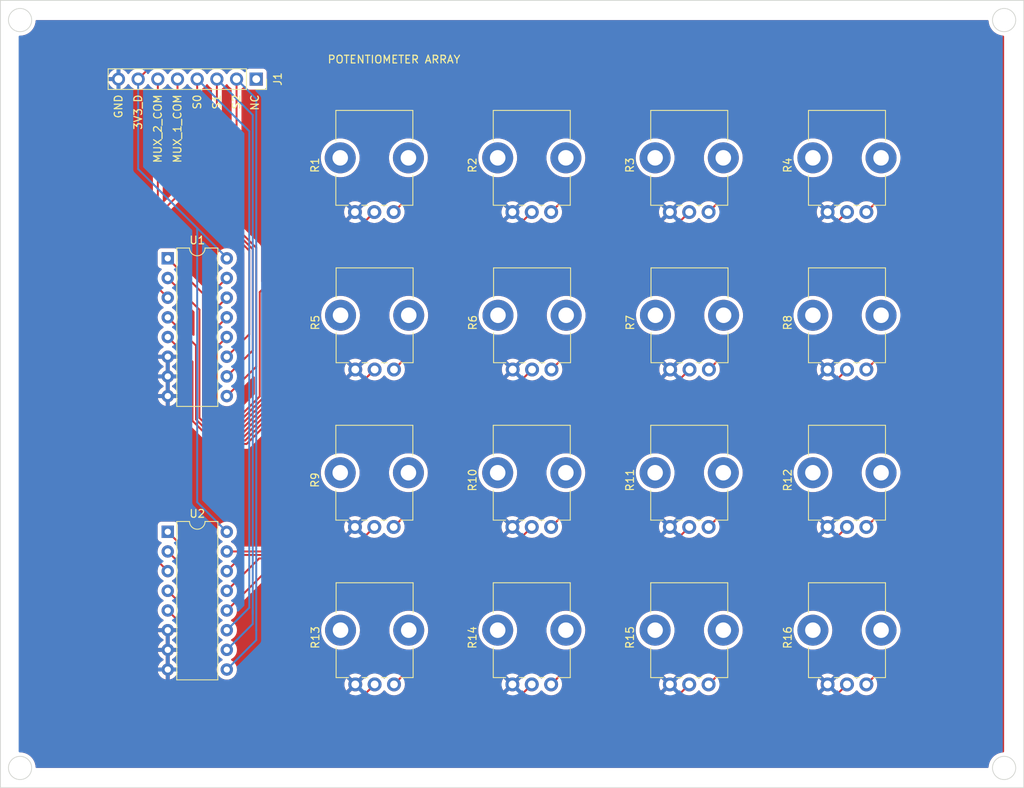
<source format=kicad_pcb>
(kicad_pcb (version 20211014) (generator pcbnew)
  (layers (0 "F.Cu" signal) (31 "B.Cu" signal) (34 "B.Paste" user) (35 "F.Paste" user) (36 "B.SilkS" user "B.Silkscreen") (37 "F.SilkS" user "F.Silkscreen") (38 "B.Mask" user) (39 "F.Mask" user) (44 "Edge.Cuts" user))
  (net 0 "")
  (net 1 "GND")
  (net 3 "Net-(J1-Pad6)")
  (net 4 "Net-(J1-Pad7)")
  (net 5 "Net-(J1-Pad3)")
  (net 6 "Net-(J1-Pad2)")
  (net 7 "Net-(J1-Pad4)")
  (net 8 "Net-(J1-Pad5)")
  (net 9 "Net-(R1-Pad2)")
  (net 10 "Net-(R5-Pad2)")
  (net 11 "Net-(R6-Pad2)")
  (net 12 "Net-(R7-Pad2)")
  (net 13 "Net-(R8-Pad2)")
  (net 14 "Net-(R9-Pad2)")
  (net 15 "Net-(R10-Pad2)")
  (net 16 "Net-(R11-Pad2)")
  (net 17 "Net-(R12-Pad2)")
  (net 18 "Net-(R13-Pad2)")
  (net 19 "Net-(R2-Pad2)")
  (net 20 "Net-(R3-Pad2)")
  (net 21 "Net-(R4-Pad2)")
  (net 22 "Net-(R14-Pad2)")
  (net 23 "Net-(R15-Pad2)")
  (net 24 "Net-(R16-Pad2)")
  (footprint "Potentiometer_THT:Potentiometer_Bourns_PTV09A-1_Single_Vertical" (layer "F.Cu") (at 142.24 121.3 90)
    (fp_text reference "R16" (at 6.05 -10.15 90) (layer "F.SilkS"))
    (fp_text value "100K")
    (fp_line (start 0.88 2.47) (end 4.745 2.47) (layer "F.SilkS") (width 0.12))
    (fp_line (start 9.255 2.47) (end 13.12 2.47) (layer "F.SilkS") (width 0.12))
    (fp_line (start 0.88 -7.47) (end 4.745 -7.47) (layer "F.SilkS") (width 0.12))
    (fp_line (start 0.88 0.87) (end 0.88 2.47) (layer "F.SilkS") (width 0.12))
    (fp_line (start 13.12 -7.47) (end 13.12 2.47) (layer "F.SilkS") (width 0.12))
    (fp_line (start 0.88 -4.129) (end 0.88 -3.37) (layer "F.SilkS") (width 0.12))
    (fp_line (start 0.88 -7.47) (end 0.88 -5.871) (layer "F.SilkS") (width 0.12))
    (fp_line (start 9.255 -7.47) (end 13.12 -7.47) (layer "F.SilkS") (width 0.12))
    (fp_line (start 0.88 -1.629) (end 0.88 -0.87) (layer "F.SilkS") (width 0.12))
    (pad "" np_thru_hole circle (at 7 1.9 90) (size 4 4) (drill 2) (layers *.Cu *.Mask))
    (pad "" np_thru_hole circle (at 7 -6.9 90) (size 4 4) (drill 2) (layers *.Cu *.Mask))
    (pad "1" thru_hole circle (at 0 0 90) (size 1.8 1.8) (drill 1) (layers *.Cu *.Mask) (net 4 "Net-(J1-Pad7)"))
    (pad "2" thru_hole circle (at 0 -2.5 90) (size 1.8 1.8) (drill 1) (layers *.Cu *.Mask) (net 24 "Net-(R16-Pad2)"))
    (pad "3" thru_hole circle (at 0 -5 90) (size 1.8 1.8) (drill 1) (layers *.Cu *.Mask) (net 1 "GND"))
  )
  (footprint "Potentiometer_THT:Potentiometer_Bourns_PTV09A-1_Single_Vertical" (layer "F.Cu") (at 81.24 100.98 90)
    (fp_text reference "R9" (at 6.05 -10.15 90) (layer "F.SilkS"))
    (fp_text value "100K")
    (fp_line (start 0.88 0.87) (end 0.88 2.47) (layer "F.SilkS") (width 0.12))
    (fp_line (start 13.12 -7.47) (end 13.12 2.47) (layer "F.SilkS") (width 0.12))
    (fp_line (start 0.88 -7.47) (end 0.88 -5.871) (layer "F.SilkS") (width 0.12))
    (fp_line (start 0.88 2.47) (end 4.745 2.47) (layer "F.SilkS") (width 0.12))
    (fp_line (start 9.255 -7.47) (end 13.12 -7.47) (layer "F.SilkS") (width 0.12))
    (fp_line (start 0.88 -4.129) (end 0.88 -3.37) (layer "F.SilkS") (width 0.12))
    (fp_line (start 0.88 -1.629) (end 0.88 -0.87) (layer "F.SilkS") (width 0.12))
    (fp_line (start 9.255 2.47) (end 13.12 2.47) (layer "F.SilkS") (width 0.12))
    (fp_line (start 0.88 -7.47) (end 4.745 -7.47) (layer "F.SilkS") (width 0.12))
    (pad "" np_thru_hole circle (at 7 1.9 90) (size 4 4) (drill 2) (layers *.Cu *.Mask))
    (pad "" np_thru_hole circle (at 7 -6.9 90) (size 4 4) (drill 2) (layers *.Cu *.Mask))
    (pad "1" thru_hole circle (at 0 0 90) (size 1.8 1.8) (drill 1) (layers *.Cu *.Mask) (net 4 "Net-(J1-Pad7)"))
    (pad "2" thru_hole circle (at 0 -2.5 90) (size 1.8 1.8) (drill 1) (layers *.Cu *.Mask) (net 14 "Net-(R9-Pad2)"))
    (pad "3" thru_hole circle (at 0 -5 90) (size 1.8 1.8) (drill 1) (layers *.Cu *.Mask) (net 1 "GND"))
  )
  (footprint "Potentiometer_THT:Potentiometer_Bourns_PTV09A-1_Single_Vertical" (layer "F.Cu") (at 121.88 100.98 90)
    (fp_text reference "R11" (at 6.05 -10.15 90) (layer "F.SilkS"))
    (fp_text value "100K")
    (fp_line (start 9.255 2.47) (end 13.12 2.47) (layer "F.SilkS") (width 0.12))
    (fp_line (start 0.88 -1.629) (end 0.88 -0.87) (layer "F.SilkS") (width 0.12))
    (fp_line (start 0.88 -4.129) (end 0.88 -3.37) (layer "F.SilkS") (width 0.12))
    (fp_line (start 13.12 -7.47) (end 13.12 2.47) (layer "F.SilkS") (width 0.12))
    (fp_line (start 0.88 -7.47) (end 0.88 -5.871) (layer "F.SilkS") (width 0.12))
    (fp_line (start 0.88 -7.47) (end 4.745 -7.47) (layer "F.SilkS") (width 0.12))
    (fp_line (start 0.88 0.87) (end 0.88 2.47) (layer "F.SilkS") (width 0.12))
    (fp_line (start 0.88 2.47) (end 4.745 2.47) (layer "F.SilkS") (width 0.12))
    (fp_line (start 9.255 -7.47) (end 13.12 -7.47) (layer "F.SilkS") (width 0.12))
    (pad "" np_thru_hole circle (at 7 -6.9 90) (size 4 4) (drill 2) (layers *.Cu *.Mask))
    (pad "" np_thru_hole circle (at 7 1.9 90) (size 4 4) (drill 2) (layers *.Cu *.Mask))
    (pad "1" thru_hole circle (at 0 0 90) (size 1.8 1.8) (drill 1) (layers *.Cu *.Mask) (net 4 "Net-(J1-Pad7)"))
    (pad "2" thru_hole circle (at 0 -2.5 90) (size 1.8 1.8) (drill 1) (layers *.Cu *.Mask) (net 16 "Net-(R11-Pad2)"))
    (pad "3" thru_hole circle (at 0 -5 90) (size 1.8 1.8) (drill 1) (layers *.Cu *.Mask) (net 1 "GND"))
  )
  (footprint "Potentiometer_THT:Potentiometer_Bourns_PTV09A-1_Single_Vertical" (layer "F.Cu") (at 101.56 60.34 90)
    (fp_text reference "R2" (at 6.05 -10.15 90) (layer "F.SilkS"))
    (fp_text value "100K")
    (fp_line (start 0.88 -7.47) (end 0.88 -5.871) (layer "F.SilkS") (width 0.12))
    (fp_line (start 0.88 -1.629) (end 0.88 -0.87) (layer "F.SilkS") (width 0.12))
    (fp_line (start 0.88 -4.129) (end 0.88 -3.37) (layer "F.SilkS") (width 0.12))
    (fp_line (start 9.255 2.47) (end 13.12 2.47) (layer "F.SilkS") (width 0.12))
    (fp_line (start 0.88 2.47) (end 4.745 2.47) (layer "F.SilkS") (width 0.12))
    (fp_line (start 9.255 -7.47) (end 13.12 -7.47) (layer "F.SilkS") (width 0.12))
    (fp_line (start 0.88 0.87) (end 0.88 2.47) (layer "F.SilkS") (width 0.12))
    (fp_line (start 0.88 -7.47) (end 4.745 -7.47) (layer "F.SilkS") (width 0.12))
    (fp_line (start 13.12 -7.47) (end 13.12 2.47) (layer "F.SilkS") (width 0.12))
    (pad "" np_thru_hole circle (at 7 -6.9 90) (size 4 4) (drill 2) (layers *.Cu *.Mask))
    (pad "" np_thru_hole circle (at 7 1.9 90) (size 4 4) (drill 2) (layers *.Cu *.Mask))
    (pad "1" thru_hole circle (at 0 0 90) (size 1.8 1.8) (drill 1) (layers *.Cu *.Mask) (net 4 "Net-(J1-Pad7)"))
    (pad "2" thru_hole circle (at 0 -2.5 90) (size 1.8 1.8) (drill 1) (layers *.Cu *.Mask) (net 19 "Net-(R2-Pad2)"))
    (pad "3" thru_hole circle (at 0 -5 90) (size 1.8 1.8) (drill 1) (layers *.Cu *.Mask) (net 1 "GND"))
  )
  (footprint "Potentiometer_THT:Potentiometer_Bourns_PTV09A-1_Single_Vertical" (layer "F.Cu") (at 142.24 100.98 90)
    (fp_text reference "R12" (at 6.05 -10.15 90) (layer "F.SilkS"))
    (fp_text value "100K")
    (fp_line (start 0.88 -4.129) (end 0.88 -3.37) (layer "F.SilkS") (width 0.12))
    (fp_line (start 0.88 -7.47) (end 0.88 -5.871) (layer "F.SilkS") (width 0.12))
    (fp_line (start 9.255 -7.47) (end 13.12 -7.47) (layer "F.SilkS") (width 0.12))
    (fp_line (start 9.255 2.47) (end 13.12 2.47) (layer "F.SilkS") (width 0.12))
    (fp_line (start 0.88 -1.629) (end 0.88 -0.87) (layer "F.SilkS") (width 0.12))
    (fp_line (start 13.12 -7.47) (end 13.12 2.47) (layer "F.SilkS") (width 0.12))
    (fp_line (start 0.88 2.47) (end 4.745 2.47) (layer "F.SilkS") (width 0.12))
    (fp_line (start 0.88 0.87) (end 0.88 2.47) (layer "F.SilkS") (width 0.12))
    (fp_line (start 0.88 -7.47) (end 4.745 -7.47) (layer "F.SilkS") (width 0.12))
    (pad "" np_thru_hole circle (at 7 -6.9 90) (size 4 4) (drill 2) (layers *.Cu *.Mask))
    (pad "" np_thru_hole circle (at 7 1.9 90) (size 4 4) (drill 2) (layers *.Cu *.Mask))
    (pad "1" thru_hole circle (at 0 0 90) (size 1.8 1.8) (drill 1) (layers *.Cu *.Mask) (net 4 "Net-(J1-Pad7)"))
    (pad "2" thru_hole circle (at 0 -2.5 90) (size 1.8 1.8) (drill 1) (layers *.Cu *.Mask) (net 17 "Net-(R12-Pad2)"))
    (pad "3" thru_hole circle (at 0 -5 90) (size 1.8 1.8) (drill 1) (layers *.Cu *.Mask) (net 1 "GND"))
  )
  (footprint "Potentiometer_THT:Potentiometer_Bourns_PTV09A-1_Single_Vertical" (layer "F.Cu") (at 101.56 121.3 90)
    (fp_text reference "R14" (at 6.05 -10.15 90) (layer "F.SilkS"))
    (fp_text value "100K")
    (fp_line (start 0.88 -4.129) (end 0.88 -3.37) (layer "F.SilkS") (width 0.12))
    (fp_line (start 0.88 -7.47) (end 4.745 -7.47) (layer "F.SilkS") (width 0.12))
    (fp_line (start 13.12 -7.47) (end 13.12 2.47) (layer "F.SilkS") (width 0.12))
    (fp_line (start 0.88 -1.629) (end 0.88 -0.87) (layer "F.SilkS") (width 0.12))
    (fp_line (start 0.88 2.47) (end 4.745 2.47) (layer "F.SilkS") (width 0.12))
    (fp_line (start 0.88 -7.47) (end 0.88 -5.871) (layer "F.SilkS") (width 0.12))
    (fp_line (start 0.88 0.87) (end 0.88 2.47) (layer "F.SilkS") (width 0.12))
    (fp_line (start 9.255 -7.47) (end 13.12 -7.47) (layer "F.SilkS") (width 0.12))
    (fp_line (start 9.255 2.47) (end 13.12 2.47) (layer "F.SilkS") (width 0.12))
    (pad "" np_thru_hole circle (at 7 1.9 90) (size 4 4) (drill 2) (layers *.Cu *.Mask))
    (pad "" np_thru_hole circle (at 7 -6.9 90) (size 4 4) (drill 2) (layers *.Cu *.Mask))
    (pad "1" thru_hole circle (at 0 0 90) (size 1.8 1.8) (drill 1) (layers *.Cu *.Mask) (net 4 "Net-(J1-Pad7)"))
    (pad "2" thru_hole circle (at 0 -2.5 90) (size 1.8 1.8) (drill 1) (layers *.Cu *.Mask) (net 22 "Net-(R14-Pad2)"))
    (pad "3" thru_hole circle (at 0 -5 90) (size 1.8 1.8) (drill 1) (layers *.Cu *.Mask) (net 1 "GND"))
  )
  (footprint "Package_DIP:DIP-16_W7.62mm" (layer "F.Cu") (at 52.08 101.6)
    (fp_text reference "U2" (at 3.81 -2.33) (layer "F.SilkS"))
    (fp_text value "CD4051B")
    (fp_line (start 2.81 -1.33) (end 1.16 -1.33) (layer "F.SilkS") (width 0.12))
    (fp_line (start 1.16 -1.33) (end 1.16 19.11) (layer "F.SilkS") (width 0.12))
    (fp_line (start 6.46 19.11) (end 6.46 -1.33) (layer "F.SilkS") (width 0.12))
    (fp_line (start 1.16 19.11) (end 6.46 19.11) (layer "F.SilkS") (width 0.12))
    (fp_line (start 6.46 -1.33) (end 4.81 -1.33) (layer "F.SilkS") (width 0.12))
    (fp_arc (start 4.81 -1.33) (mid 3.81 -0.33) (end 2.81 -1.33) (layer "F.SilkS") (width 0.12))
    (pad "1" thru_hole rect (at 0 0) (size 1.6 1.6) (drill 0.8) (layers *.Cu *.Mask) (net 18 "Net-(R13-Pad2)"))
    (pad "2" thru_hole oval (at 0 2.54) (size 1.6 1.6) (drill 0.8) (layers *.Cu *.Mask) (net 22 "Net-(R14-Pad2)"))
    (pad "3" thru_hole oval (at 0 5.08) (size 1.6 1.6) (drill 0.8) (layers *.Cu *.Mask) (net 3 "Net-(J1-Pad6)"))
    (pad "4" thru_hole oval (at 0 7.62) (size 1.6 1.6) (drill 0.8) (layers *.Cu *.Mask) (net 23 "Net-(R15-Pad2)"))
    (pad "5" thru_hole oval (at 0 10.16) (size 1.6 1.6) (drill 0.8) (layers *.Cu *.Mask) (net 24 "Net-(R16-Pad2)"))
    (pad "6" thru_hole oval (at 0 12.7) (size 1.6 1.6) (drill 0.8) (layers *.Cu *.Mask) (net 1 "GND"))
    (pad "7" thru_hole oval (at 0 15.24) (size 1.6 1.6) (drill 0.8) (layers *.Cu *.Mask) (net 1 "GND"))
    (pad "8" thru_hole oval (at 0 17.78) (size 1.6 1.6) (drill 0.8) (layers *.Cu *.Mask) (net 1 "GND"))
    (pad "9" thru_hole oval (at 7.62 17.78) (size 1.6 1.6) (drill 0.8) (layers *.Cu *.Mask) (net 6 "Net-(J1-Pad2)"))
    (pad "10" thru_hole oval (at 7.62 15.24) (size 1.6 1.6) (drill 0.8) (layers *.Cu *.Mask) (net 5 "Net-(J1-Pad3)"))
    (pad "11" thru_hole oval (at 7.62 12.7) (size 1.6 1.6) (drill 0.8) (layers *.Cu *.Mask) (net 7 "Net-(J1-Pad4)"))
    (pad "12" thru_hole oval (at 7.62 10.16) (size 1.6 1.6) (drill 0.8) (layers *.Cu *.Mask) (net 17 "Net-(R12-Pad2)"))
    (pad "13" thru_hole oval (at 7.62 7.62) (size 1.6 1.6) (drill 0.8) (layers *.Cu *.Mask) (net 16 "Net-(R11-Pad2)"))
    (pad "14" thru_hole oval (at 7.62 5.08) (size 1.6 1.6) (drill 0.8) (layers *.Cu *.Mask) (net 15 "Net-(R10-Pad2)"))
    (pad "15" thru_hole oval (at 7.62 2.54) (size 1.6 1.6) (drill 0.8) (layers *.Cu *.Mask) (net 14 "Net-(R9-Pad2)"))
    (pad "16" thru_hole oval (at 7.62 0) (size 1.6 1.6) (drill 0.8) (layers *.Cu *.Mask) (net 4 "Net-(J1-Pad7)"))
  )
  (footprint "Potentiometer_THT:Potentiometer_Bourns_PTV09A-1_Single_Vertical" (layer "F.Cu") (at 121.88 60.34 90)
    (fp_text reference "R3" (at 6.05 -10.15 90) (layer "F.SilkS"))
    (fp_text value "100K")
    (fp_line (start 0.88 -4.129) (end 0.88 -3.37) (layer "F.SilkS") (width 0.12))
    (fp_line (start 0.88 -7.47) (end 4.745 -7.47) (layer "F.SilkS") (width 0.12))
    (fp_line (start 13.12 -7.47) (end 13.12 2.47) (layer "F.SilkS") (width 0.12))
    (fp_line (start 9.255 2.47) (end 13.12 2.47) (layer "F.SilkS") (width 0.12))
    (fp_line (start 0.88 0.87) (end 0.88 2.47) (layer "F.SilkS") (width 0.12))
    (fp_line (start 0.88 2.47) (end 4.745 2.47) (layer "F.SilkS") (width 0.12))
    (fp_line (start 9.255 -7.47) (end 13.12 -7.47) (layer "F.SilkS") (width 0.12))
    (fp_line (start 0.88 -7.47) (end 0.88 -5.871) (layer "F.SilkS") (width 0.12))
    (fp_line (start 0.88 -1.629) (end 0.88 -0.87) (layer "F.SilkS") (width 0.12))
    (pad "" np_thru_hole circle (at 7 1.9 90) (size 4 4) (drill 2) (layers *.Cu *.Mask))
    (pad "" np_thru_hole circle (at 7 -6.9 90) (size 4 4) (drill 2) (layers *.Cu *.Mask))
    (pad "1" thru_hole circle (at 0 0 90) (size 1.8 1.8) (drill 1) (layers *.Cu *.Mask) (net 4 "Net-(J1-Pad7)"))
    (pad "2" thru_hole circle (at 0 -2.5 90) (size 1.8 1.8) (drill 1) (layers *.Cu *.Mask) (net 20 "Net-(R3-Pad2)"))
    (pad "3" thru_hole circle (at 0 -5 90) (size 1.8 1.8) (drill 1) (layers *.Cu *.Mask) (net 1 "GND"))
  )
  (footprint "Potentiometer_THT:Potentiometer_Bourns_PTV09A-1_Single_Vertical" (layer "F.Cu") (at 101.56 100.98 90)
    (fp_text reference "R10" (at 6.05 -10.15 90) (layer "F.SilkS"))
    (fp_text value "100K")
    (fp_line (start 0.88 -7.47) (end 4.745 -7.47) (layer "F.SilkS") (width 0.12))
    (fp_line (start 0.88 -1.629) (end 0.88 -0.87) (layer "F.SilkS") (width 0.12))
    (fp_line (start 13.12 -7.47) (end 13.12 2.47) (layer "F.SilkS") (width 0.12))
    (fp_line (start 9.255 2.47) (end 13.12 2.47) (layer "F.SilkS") (width 0.12))
    (fp_line (start 0.88 -4.129) (end 0.88 -3.37) (layer "F.SilkS") (width 0.12))
    (fp_line (start 0.88 -7.47) (end 0.88 -5.871) (layer "F.SilkS") (width 0.12))
    (fp_line (start 0.88 0.87) (end 0.88 2.47) (layer "F.SilkS") (width 0.12))
    (fp_line (start 9.255 -7.47) (end 13.12 -7.47) (layer "F.SilkS") (width 0.12))
    (fp_line (start 0.88 2.47) (end 4.745 2.47) (layer "F.SilkS") (width 0.12))
    (pad "" np_thru_hole circle (at 7 -6.9 90) (size 4 4) (drill 2) (layers *.Cu *.Mask))
    (pad "" np_thru_hole circle (at 7 1.9 90) (size 4 4) (drill 2) (layers *.Cu *.Mask))
    (pad "1" thru_hole circle (at 0 0 90) (size 1.8 1.8) (drill 1) (layers *.Cu *.Mask) (net 4 "Net-(J1-Pad7)"))
    (pad "2" thru_hole circle (at 0 -2.5 90) (size 1.8 1.8) (drill 1) (layers *.Cu *.Mask) (net 15 "Net-(R10-Pad2)"))
    (pad "3" thru_hole circle (at 0 -5 90) (size 1.8 1.8) (drill 1) (layers *.Cu *.Mask) (net 1 "GND"))
  )
  (footprint "Potentiometer_THT:Potentiometer_Bourns_PTV09A-1_Single_Vertical" (layer "F.Cu") (at 121.88 121.3 90)
    (fp_text reference "R15" (at 6.05 -10.15 90) (layer "F.SilkS"))
    (fp_text value "100K")
    (fp_line (start 0.88 2.47) (end 4.745 2.47) (layer "F.SilkS") (width 0.12))
    (fp_line (start 0.88 -7.47) (end 0.88 -5.871) (layer "F.SilkS") (width 0.12))
    (fp_line (start 9.255 -7.47) (end 13.12 -7.47) (layer "F.SilkS") (width 0.12))
    (fp_line (start 0.88 -7.47) (end 4.745 -7.47) (layer "F.SilkS") (width 0.12))
    (fp_line (start 0.88 -1.629) (end 0.88 -0.87) (layer "F.SilkS") (width 0.12))
    (fp_line (start 0.88 -4.129) (end 0.88 -3.37) (layer "F.SilkS") (width 0.12))
    (fp_line (start 0.88 0.87) (end 0.88 2.47) (layer "F.SilkS") (width 0.12))
    (fp_line (start 13.12 -7.47) (end 13.12 2.47) (layer "F.SilkS") (width 0.12))
    (fp_line (start 9.255 2.47) (end 13.12 2.47) (layer "F.SilkS") (width 0.12))
    (pad "" np_thru_hole circle (at 7 1.9 90) (size 4 4) (drill 2) (layers *.Cu *.Mask))
    (pad "" np_thru_hole circle (at 7 -6.9 90) (size 4 4) (drill 2) (layers *.Cu *.Mask))
    (pad "1" thru_hole circle (at 0 0 90) (size 1.8 1.8) (drill 1) (layers *.Cu *.Mask) (net 4 "Net-(J1-Pad7)"))
    (pad "2" thru_hole circle (at 0 -2.5 90) (size 1.8 1.8) (drill 1) (layers *.Cu *.Mask) (net 23 "Net-(R15-Pad2)"))
    (pad "3" thru_hole circle (at 0 -5 90) (size 1.8 1.8) (drill 1) (layers *.Cu *.Mask) (net 1 "GND"))
  )
  (footprint "Potentiometer_THT:Potentiometer_Bourns_PTV09A-1_Single_Vertical" (layer "F.Cu") (at 121.92 80.66 90)
    (fp_text reference "R7" (at 6.05 -10.15 90) (layer "F.SilkS"))
    (fp_text value "100K")
    (fp_line (start 0.88 0.87) (end 0.88 2.47) (layer "F.SilkS") (width 0.12))
    (fp_line (start 0.88 -1.629) (end 0.88 -0.87) (layer "F.SilkS") (width 0.12))
    (fp_line (start 13.12 -7.47) (end 13.12 2.47) (layer "F.SilkS") (width 0.12))
    (fp_line (start 0.88 -4.129) (end 0.88 -3.37) (layer "F.SilkS") (width 0.12))
    (fp_line (start 9.255 2.47) (end 13.12 2.47) (layer "F.SilkS") (width 0.12))
    (fp_line (start 0.88 2.47) (end 4.745 2.47) (layer "F.SilkS") (width 0.12))
    (fp_line (start 9.255 -7.47) (end 13.12 -7.47) (layer "F.SilkS") (width 0.12))
    (fp_line (start 0.88 -7.47) (end 0.88 -5.871) (layer "F.SilkS") (width 0.12))
    (fp_line (start 0.88 -7.47) (end 4.745 -7.47) (layer "F.SilkS") (width 0.12))
    (pad "" np_thru_hole circle (at 7 1.9 90) (size 4 4) (drill 2) (layers *.Cu *.Mask))
    (pad "" np_thru_hole circle (at 7 -6.9 90) (size 4 4) (drill 2) (layers *.Cu *.Mask))
    (pad "1" thru_hole circle (at 0 0 90) (size 1.8 1.8) (drill 1) (layers *.Cu *.Mask) (net 4 "Net-(J1-Pad7)"))
    (pad "2" thru_hole circle (at 0 -2.5 90) (size 1.8 1.8) (drill 1) (layers *.Cu *.Mask) (net 12 "Net-(R7-Pad2)"))
    (pad "3" thru_hole circle (at 0 -5 90) (size 1.8 1.8) (drill 1) (layers *.Cu *.Mask) (net 1 "GND"))
  )
  (footprint "Connector_PinSocket_2.54mm:PinSocket_1x08_P2.54mm_Vertical" (layer "F.Cu") (at 63.5 43.18 -90)
    (fp_text reference "J1" (at 0 -2.77 90) (layer "F.SilkS"))
    (fp_text value "Conn_01x08_Male")
    (fp_line (start 1.33 1.27) (end 1.33 19.11) (layer "F.SilkS") (width 0.12))
    (fp_line (start -1.33 1.27) (end -1.33 19.11) (layer "F.SilkS") (width 0.12))
    (fp_line (start -1.33 1.27) (end 1.33 1.27) (layer "F.SilkS") (width 0.12))
    (fp_line (start -1.33 19.11) (end 1.33 19.11) (layer "F.SilkS") (width 0.12))
    (fp_line (start 0 -1.33) (end 1.33 -1.33) (layer "F.SilkS") (width 0.12))
    (fp_line (start 1.33 -1.33) (end 1.33 0) (layer "F.SilkS") (width 0.12))
    (pad "1" thru_hole rect (at 0 0 270) (size 1.7 1.7) (drill 1) (layers *.Cu *.Mask))
    (pad "2" thru_hole oval (at 0 2.54 270) (size 1.7 1.7) (drill 1) (layers *.Cu *.Mask) (net 6 "Net-(J1-Pad2)"))
    (pad "3" thru_hole oval (at 0 5.08 270) (size 1.7 1.7) (drill 1) (layers *.Cu *.Mask) (net 5 "Net-(J1-Pad3)"))
    (pad "4" thru_hole oval (at 0 7.62 270) (size 1.7 1.7) (drill 1) (layers *.Cu *.Mask) (net 7 "Net-(J1-Pad4)"))
    (pad "5" thru_hole oval (at 0 10.16 270) (size 1.7 1.7) (drill 1) (layers *.Cu *.Mask) (net 8 "Net-(J1-Pad5)"))
    (pad "6" thru_hole oval (at 0 12.7 270) (size 1.7 1.7) (drill 1) (layers *.Cu *.Mask) (net 3 "Net-(J1-Pad6)"))
    (pad "7" thru_hole oval (at 0 15.24 270) (size 1.7 1.7) (drill 1) (layers *.Cu *.Mask) (net 4 "Net-(J1-Pad7)"))
    (pad "8" thru_hole oval (at 0 17.78 270) (size 1.7 1.7) (drill 1) (layers *.Cu *.Mask) (net 1 "GND"))
  )
  (footprint "Potentiometer_THT:Potentiometer_Bourns_PTV09A-1_Single_Vertical" (layer "F.Cu") (at 81.24 60.34 90)
    (fp_text reference "R1" (at 6.05 -10.15 90) (layer "F.SilkS"))
    (fp_text value "100K")
    (fp_line (start 0.88 -4.129) (end 0.88 -3.37) (layer "F.SilkS") (width 0.12))
    (fp_line (start 0.88 -7.47) (end 4.745 -7.47) (layer "F.SilkS") (width 0.12))
    (fp_line (start 9.255 2.47) (end 13.12 2.47) (layer "F.SilkS") (width 0.12))
    (fp_line (start 0.88 -7.47) (end 0.88 -5.871) (layer "F.SilkS") (width 0.12))
    (fp_line (start 13.12 -7.47) (end 13.12 2.47) (layer "F.SilkS") (width 0.12))
    (fp_line (start 9.255 -7.47) (end 13.12 -7.47) (layer "F.SilkS") (width 0.12))
    (fp_line (start 0.88 0.87) (end 0.88 2.47) (layer "F.SilkS") (width 0.12))
    (fp_line (start 0.88 -1.629) (end 0.88 -0.87) (layer "F.SilkS") (width 0.12))
    (fp_line (start 0.88 2.47) (end 4.745 2.47) (layer "F.SilkS") (width 0.12))
    (pad "" np_thru_hole circle (at 7 -6.9 90) (size 4 4) (drill 2) (layers *.Cu *.Mask))
    (pad "" np_thru_hole circle (at 7 1.9 90) (size 4 4) (drill 2) (layers *.Cu *.Mask))
    (pad "1" thru_hole circle (at 0 0 90) (size 1.8 1.8) (drill 1) (layers *.Cu *.Mask) (net 4 "Net-(J1-Pad7)"))
    (pad "2" thru_hole circle (at 0 -2.5 90) (size 1.8 1.8) (drill 1) (layers *.Cu *.Mask) (net 9 "Net-(R1-Pad2)"))
    (pad "3" thru_hole circle (at 0 -5 90) (size 1.8 1.8) (drill 1) (layers *.Cu *.Mask) (net 1 "GND"))
  )
  (footprint "Potentiometer_THT:Potentiometer_Bourns_PTV09A-1_Single_Vertical" (layer "F.Cu") (at 81.28 80.66 90)
    (fp_text reference "R5" (at 6.05 -10.15 90) (layer "F.SilkS"))
    (fp_text value "100K")
    (fp_line (start 0.88 2.47) (end 4.745 2.47) (layer "F.SilkS") (width 0.12))
    (fp_line (start 13.12 -7.47) (end 13.12 2.47) (layer "F.SilkS") (width 0.12))
    (fp_line (start 9.255 2.47) (end 13.12 2.47) (layer "F.SilkS") (width 0.12))
    (fp_line (start 0.88 -4.129) (end 0.88 -3.37) (layer "F.SilkS") (width 0.12))
    (fp_line (start 0.88 -7.47) (end 0.88 -5.871) (layer "F.SilkS") (width 0.12))
    (fp_line (start 0.88 -7.47) (end 4.745 -7.47) (layer "F.SilkS") (width 0.12))
    (fp_line (start 0.88 -1.629) (end 0.88 -0.87) (layer "F.SilkS") (width 0.12))
    (fp_line (start 0.88 0.87) (end 0.88 2.47) (layer "F.SilkS") (width 0.12))
    (fp_line (start 9.255 -7.47) (end 13.12 -7.47) (layer "F.SilkS") (width 0.12))
    (pad "" np_thru_hole circle (at 7 -6.9 90) (size 4 4) (drill 2) (layers *.Cu *.Mask))
    (pad "" np_thru_hole circle (at 7 1.9 90) (size 4 4) (drill 2) (layers *.Cu *.Mask))
    (pad "1" thru_hole circle (at 0 0 90) (size 1.8 1.8) (drill 1) (layers *.Cu *.Mask) (net 4 "Net-(J1-Pad7)"))
    (pad "2" thru_hole circle (at 0 -2.5 90) (size 1.8 1.8) (drill 1) (layers *.Cu *.Mask) (net 10 "Net-(R5-Pad2)"))
    (pad "3" thru_hole circle (at 0 -5 90) (size 1.8 1.8) (drill 1) (layers *.Cu *.Mask) (net 1 "GND"))
  )
  (footprint "Package_DIP:DIP-16_W7.62mm" (layer "F.Cu") (at 52.08 66.309039)
    (fp_text reference "U1" (at 3.81 -2.33) (layer "F.SilkS"))
    (fp_text value "CD4051B")
    (fp_line (start 1.16 19.11) (end 6.46 19.11) (layer "F.SilkS") (width 0.12))
    (fp_line (start 6.46 19.11) (end 6.46 -1.33) (layer "F.SilkS") (width 0.12))
    (fp_line (start 2.81 -1.33) (end 1.16 -1.33) (layer "F.SilkS") (width 0.12))
    (fp_line (start 1.16 -1.33) (end 1.16 19.11) (layer "F.SilkS") (width 0.12))
    (fp_line (start 6.46 -1.33) (end 4.81 -1.33) (layer "F.SilkS") (width 0.12))
    (fp_arc (start 4.81 -1.33) (mid 3.81 -0.33) (end 2.81 -1.33) (layer "F.SilkS") (width 0.12))
    (pad "1" thru_hole rect (at 0 0) (size 1.6 1.6) (drill 0.8) (layers *.Cu *.Mask) (net 10 "Net-(R5-Pad2)"))
    (pad "2" thru_hole oval (at 0 2.54) (size 1.6 1.6) (drill 0.8) (layers *.Cu *.Mask) (net 11 "Net-(R6-Pad2)"))
    (pad "3" thru_hole oval (at 0 5.08) (size 1.6 1.6) (drill 0.8) (layers *.Cu *.Mask) (net 8 "Net-(J1-Pad5)"))
    (pad "4" thru_hole oval (at 0 7.62) (size 1.6 1.6) (drill 0.8) (layers *.Cu *.Mask) (net 12 "Net-(R7-Pad2)"))
    (pad "5" thru_hole oval (at 0 10.16) (size 1.6 1.6) (drill 0.8) (layers *.Cu *.Mask) (net 13 "Net-(R8-Pad2)"))
    (pad "6" thru_hole oval (at 0 12.7) (size 1.6 1.6) (drill 0.8) (layers *.Cu *.Mask) (net 1 "GND"))
    (pad "7" thru_hole oval (at 0 15.24) (size 1.6 1.6) (drill 0.8) (layers *.Cu *.Mask) (net 1 "GND"))
    (pad "8" thru_hole oval (at 0 17.78) (size 1.6 1.6) (drill 0.8) (layers *.Cu *.Mask) (net 1 "GND"))
    (pad "9" thru_hole oval (at 7.62 17.78) (size 1.6 1.6) (drill 0.8) (layers *.Cu *.Mask) (net 6 "Net-(J1-Pad2)"))
    (pad "10" thru_hole oval (at 7.62 15.24) (size 1.6 1.6) (drill 0.8) (layers *.Cu *.Mask) (net 5 "Net-(J1-Pad3)"))
    (pad "11" thru_hole oval (at 7.62 12.7) (size 1.6 1.6) (drill 0.8) (layers *.Cu *.Mask) (net 7 "Net-(J1-Pad4)"))
    (pad "12" thru_hole oval (at 7.62 10.16) (size 1.6 1.6) (drill 0.8) (layers *.Cu *.Mask) (net 9 "Net-(R1-Pad2)"))
    (pad "13" thru_hole oval (at 7.62 7.62) (size 1.6 1.6) (drill 0.8) (layers *.Cu *.Mask) (net 19 "Net-(R2-Pad2)"))
    (pad "14" thru_hole oval (at 7.62 5.08) (size 1.6 1.6) (drill 0.8) (layers *.Cu *.Mask) (net 20 "Net-(R3-Pad2)"))
    (pad "15" thru_hole oval (at 7.62 2.54) (size 1.6 1.6) (drill 0.8) (layers *.Cu *.Mask) (net 21 "Net-(R4-Pad2)"))
    (pad "16" thru_hole oval (at 7.62 0) (size 1.6 1.6) (drill 0.8) (layers *.Cu *.Mask) (net 4 "Net-(J1-Pad7)"))
  )
  (footprint "Potentiometer_THT:Potentiometer_Bourns_PTV09A-1_Single_Vertical" (layer "F.Cu") (at 81.28 121.3 90)
    (fp_text reference "R13" (at 6.05 -10.15 90) (layer "F.SilkS"))
    (fp_text value "100K")
    (fp_line (start 0.88 -7.47) (end 0.88 -5.871) (layer "F.SilkS") (width 0.12))
    (fp_line (start 9.255 -7.47) (end 13.12 -7.47) (layer "F.SilkS") (width 0.12))
    (fp_line (start 0.88 -1.629) (end 0.88 -0.87) (layer "F.SilkS") (width 0.12))
    (fp_line (start 0.88 -7.47) (end 4.745 -7.47) (layer "F.SilkS") (width 0.12))
    (fp_line (start 0.88 -4.129) (end 0.88 -3.37) (layer "F.SilkS") (width 0.12))
    (fp_line (start 0.88 0.87) (end 0.88 2.47) (layer "F.SilkS") (width 0.12))
    (fp_line (start 9.255 2.47) (end 13.12 2.47) (layer "F.SilkS") (width 0.12))
    (fp_line (start 0.88 2.47) (end 4.745 2.47) (layer "F.SilkS") (width 0.12))
    (fp_line (start 13.12 -7.47) (end 13.12 2.47) (layer "F.SilkS") (width 0.12))
    (pad "" np_thru_hole circle (at 7 -6.9 90) (size 4 4) (drill 2) (layers *.Cu *.Mask))
    (pad "" np_thru_hole circle (at 7 1.9 90) (size 4 4) (drill 2) (layers *.Cu *.Mask))
    (pad "1" thru_hole circle (at 0 0 90) (size 1.8 1.8) (drill 1) (layers *.Cu *.Mask) (net 4 "Net-(J1-Pad7)"))
    (pad "2" thru_hole circle (at 0 -2.5 90) (size 1.8 1.8) (drill 1) (layers *.Cu *.Mask) (net 18 "Net-(R13-Pad2)"))
    (pad "3" thru_hole circle (at 0 -5 90) (size 1.8 1.8) (drill 1) (layers *.Cu *.Mask) (net 1 "GND"))
  )
  (footprint "Potentiometer_THT:Potentiometer_Bourns_PTV09A-1_Single_Vertical" (layer "F.Cu") (at 101.6 80.66 90)
    (fp_text reference "R6" (at 6.05 -10.15 90) (layer "F.SilkS"))
    (fp_text value "100K")
    (fp_line (start 13.12 -7.47) (end 13.12 2.47) (layer "F.SilkS") (width 0.12))
    (fp_line (start 0.88 0.87) (end 0.88 2.47) (layer "F.SilkS") (width 0.12))
    (fp_line (start 9.255 -7.47) (end 13.12 -7.47) (layer "F.SilkS") (width 0.12))
    (fp_line (start 9.255 2.47) (end 13.12 2.47) (layer "F.SilkS") (width 0.12))
    (fp_line (start 0.88 -1.629) (end 0.88 -0.87) (layer "F.SilkS") (width 0.12))
    (fp_line (start 0.88 2.47) (end 4.745 2.47) (layer "F.SilkS") (width 0.12))
    (fp_line (start 0.88 -7.47) (end 4.745 -7.47) (layer "F.SilkS") (width 0.12))
    (fp_line (start 0.88 -4.129) (end 0.88 -3.37) (layer "F.SilkS") (width 0.12))
    (fp_line (start 0.88 -7.47) (end 0.88 -5.871) (layer "F.SilkS") (width 0.12))
    (pad "" np_thru_hole circle (at 7 1.9 90) (size 4 4) (drill 2) (layers *.Cu *.Mask))
    (pad "" np_thru_hole circle (at 7 -6.9 90) (size 4 4) (drill 2) (layers *.Cu *.Mask))
    (pad "1" thru_hole circle (at 0 0 90) (size 1.8 1.8) (drill 1) (layers *.Cu *.Mask) (net 4 "Net-(J1-Pad7)"))
    (pad "2" thru_hole circle (at 0 -2.5 90) (size 1.8 1.8) (drill 1) (layers *.Cu *.Mask) (net 11 "Net-(R6-Pad2)"))
    (pad "3" thru_hole circle (at 0 -5 90) (size 1.8 1.8) (drill 1) (layers *.Cu *.Mask) (net 1 "GND"))
  )
  (footprint "Potentiometer_THT:Potentiometer_Bourns_PTV09A-1_Single_Vertical" (layer "F.Cu") (at 142.24 80.66 90)
    (fp_text reference "R8" (at 6.05 -10.15 90) (layer "F.SilkS"))
    (fp_text value "100K")
    (fp_line (start 9.255 2.47) (end 13.12 2.47) (layer "F.SilkS") (width 0.12))
    (fp_line (start 0.88 -4.129) (end 0.88 -3.37) (layer "F.SilkS") (width 0.12))
    (fp_line (start 0.88 -1.629) (end 0.88 -0.87) (layer "F.SilkS") (width 0.12))
    (fp_line (start 0.88 2.47) (end 4.745 2.47) (layer "F.SilkS") (width 0.12))
    (fp_line (start 0.88 0.87) (end 0.88 2.47) (layer "F.SilkS") (width 0.12))
    (fp_line (start 0.88 -7.47) (end 0.88 -5.871) (layer "F.SilkS") (width 0.12))
    (fp_line (start 9.255 -7.47) (end 13.12 -7.47) (layer "F.SilkS") (width 0.12))
    (fp_line (start 0.88 -7.47) (end 4.745 -7.47) (layer "F.SilkS") (width 0.12))
    (fp_line (start 13.12 -7.47) (end 13.12 2.47) (layer "F.SilkS") (width 0.12))
    (pad "" np_thru_hole circle (at 7 -6.9 90) (size 4 4) (drill 2) (layers *.Cu *.Mask))
    (pad "" np_thru_hole circle (at 7 1.9 90) (size 4 4) (drill 2) (layers *.Cu *.Mask))
    (pad "1" thru_hole circle (at 0 0 90) (size 1.8 1.8) (drill 1) (layers *.Cu *.Mask) (net 4 "Net-(J1-Pad7)"))
    (pad "2" thru_hole circle (at 0 -2.5 90) (size 1.8 1.8) (drill 1) (layers *.Cu *.Mask) (net 13 "Net-(R8-Pad2)"))
    (pad "3" thru_hole circle (at 0 -5 90) (size 1.8 1.8) (drill 1) (layers *.Cu *.Mask) (net 1 "GND"))
  )
  (footprint "Potentiometer_THT:Potentiometer_Bourns_PTV09A-1_Single_Vertical" (layer "F.Cu") (at 142.24 60.34 90)
    (fp_text reference "R4" (at 6.05 -10.15 90) (layer "F.SilkS"))
    (fp_text value "100K")
    (fp_line (start 0.88 -4.129) (end 0.88 -3.37) (layer "F.SilkS") (width 0.12))
    (fp_line (start 0.88 -1.629) (end 0.88 -0.87) (layer "F.SilkS") (width 0.12))
    (fp_line (start 0.88 0.87) (end 0.88 2.47) (layer "F.SilkS") (width 0.12))
    (fp_line (start 0.88 2.47) (end 4.745 2.47) (layer "F.SilkS") (width 0.12))
    (fp_line (start 9.255 2.47) (end 13.12 2.47) (layer "F.SilkS") (width 0.12))
    (fp_line (start 0.88 -7.47) (end 0.88 -5.871) (layer "F.SilkS") (width 0.12))
    (fp_line (start 13.12 -7.47) (end 13.12 2.47) (layer "F.SilkS") (width 0.12))
    (fp_line (start 0.88 -7.47) (end 4.745 -7.47) (layer "F.SilkS") (width 0.12))
    (fp_line (start 9.255 -7.47) (end 13.12 -7.47) (layer "F.SilkS") (width 0.12))
    (pad "" np_thru_hole circle (at 7 1.9 90) (size 4 4) (drill 2) (layers *.Cu *.Mask))
    (pad "" np_thru_hole circle (at 7 -6.9 90) (size 4 4) (drill 2) (layers *.Cu *.Mask))
    (pad "1" thru_hole circle (at 0 0 90) (size 1.8 1.8) (drill 1) (layers *.Cu *.Mask) (net 4 "Net-(J1-Pad7)"))
    (pad "2" thru_hole circle (at 0 -2.5 90) (size 1.8 1.8) (drill 1) (layers *.Cu *.Mask) (net 21 "Net-(R4-Pad2)"))
    (pad "3" thru_hole circle (at 0 -5 90) (size 1.8 1.8) (drill 1) (layers *.Cu *.Mask) (net 1 "GND"))
  )
  (gr_circle (center 33.02 35.56) (end 34.52 35.56) (layer "Edge.Cuts") (width 0.1) (fill none))
  (gr_circle (center 160.02 132.08) (end 161.52 132.08) (layer "Edge.Cuts") (width 0.1) (fill none))
  (gr_circle (center 33.02 132.08) (end 34.52 132.08) (layer "Edge.Cuts") (width 0.1) (fill none))
  (gr_rect (start 162.56 134.62) (end 30.48 33.02) (layer "Edge.Cuts") (width 0.1) (fill none))
  (gr_circle (center 160.02 35.56) (end 161.52 35.56) (layer "Edge.Cuts") (width 0.1) (fill none))
  (gr_text "NC" (at 63.32 45.085 90) (layer "F.SilkS") (effects (font (size 1 1)) (justify right)))
  (gr_text "S2" (at 60.95 45.085 90) (layer "F.SilkS") (effects (font (size 1 1)) (justify right)))
  (gr_text "3V3_D" (at 48.25 45.085 90) (layer "F.SilkS") (effects (font (size 1 1)) (justify right)))
  (gr_text "S1" (at 58.41 45.085 90) (layer "F.SilkS") (effects (font (size 1 1)) (justify right)))
  (gr_text "GND" (at 45.72 45.085 90) (layer "F.SilkS") (effects (font (size 1 1)) (justify right)))
  (gr_text "S0" (at 55.88 45.085 90) (layer "F.SilkS") (effects (font (size 1 1)) (justify right)))
  (gr_text "POTENTIOMETER ARRAY" (at 81.28 40.64) (layer "F.SilkS") (effects (font (size 1 1))))
  (gr_text "MUX_2_COM" (at 50.79 45.085 90) (layer "F.SilkS") (effects (font (size 1 1)) (justify right)))
  (gr_text "MUX_1_COM" (at 53.33 45.085 90) (layer "F.SilkS") (effects (font (size 1 1)) (justify right)))
  (segment (start 52.08 106.68) (end 48.715 103.315) (width 0.25) (layer "F.Cu") (net 3))
  (segment (start 48.715 103.315) (end 48.715 62.229282) (width 0.25) (layer "F.Cu") (net 3))
  (segment (start 48.715 62.229282) (end 50.8 60.144282) (width 0.25) (layer "F.Cu") (net 3))
  (segment (start 50.8 60.144282) (end 50.8 43.18) (width 0.25) (layer "F.Cu") (net 3))
  (segment (start 71.575 57.15) (end 84.91 57.15) (width 0.25) (layer "F.Cu") (net 4))
  (segment (start 105.23 118.11) (end 125.55 118.11) (width 0.25) (layer "F.Cu") (net 4))
  (segment (start 104.75 118.11) (end 105.23 118.11) (width 0.25) (layer "F.Cu") (net 4))
  (segment (start 101.56 60.34) (end 104.595 57.305) (width 0.25) (layer "F.Cu") (net 4))
  (segment (start 147.775 118.11) (end 150.315 115.57) (width 0.25) (layer "F.Cu") (net 4))
  (segment (start 125.55 77.47) (end 147.14 77.47) (width 0.25) (layer "F.Cu") (net 4))
  (segment (start 145.43 57.15) (end 145.87 57.15) (width 0.25) (layer "F.Cu") (net 4))
  (segment (start 104.79 77.47) (end 105.865 77.47) (width 0.25) (layer "F.Cu") (net 4))
  (segment (start 81.28 80.66) (end 84.47 77.47) (width 0.25) (layer "F.Cu") (net 4))
  (segment (start 150.315 59.69) (end 147.775 57.15) (width 0.25) (layer "F.Cu") (net 4))
  (segment (start 142.24 100.98) (end 145.235 97.985) (width 0.25) (layer "F.Cu") (net 4))
  (segment (start 147.14 77.47) (end 147.775 77.47) (width 0.25) (layer "F.Cu") (net 4))
  (segment (start 84.91 57.15) (end 104.595 57.15) (width 0.25) (layer "F.Cu") (net 4))
  (segment (start 142.24 60.34) (end 145.43 57.15) (width 0.25) (layer "F.Cu") (net 4))
  (segment (start 150.315 115.57) (end 150.315 59.69) (width 0.25) (layer "F.Cu") (net 4))
  (segment (start 69.035 54.61) (end 71.575 57.15) (width 0.25) (layer "F.Cu") (net 4))
  (segment (start 81.24 100.98) (end 84.43 97.79) (width 0.25) (layer "F.Cu") (net 4))
  (segment (start 50.62 40.82) (end 66.675 40.82) (width 0.25) (layer "F.Cu") (net 4))
  (segment (start 145.87 57.15) (end 138.885 57.15) (width 0.25) (layer "F.Cu") (net 4))
  (segment (start 147.775 97.79) (end 150.315 95.25) (width 0.25) (layer "F.Cu") (net 4))
  (segment (start 125.55 57.15) (end 139.05 57.15) (width 0.25) (layer "F.Cu") (net 4))
  (segment (start 81.24 60.34) (end 84.43 57.15) (width 0.25) (layer "F.Cu") (net 4))
  (segment (start 145.235 97.985) (end 145.235 97.79) (width 0.25) (layer "F.Cu") (net 4))
  (segment (start 84.47 118.11) (end 105.23 118.11) (width 0.25) (layer "F.Cu") (net 4))
  (segment (start 142.24 80.66) (end 145.43 77.47) (width 0.25) (layer "F.Cu") (net 4))
  (segment (start 101.56 121.3) (end 104.75 118.11) (width 0.25) (layer "F.Cu") (net 4))
  (segment (start 125.11 77.47) (end 125.55 77.47) (width 0.25) (layer "F.Cu") (net 4))
  (segment (start 121.88 100.98) (end 124.915 97.945) (width 0.25) (layer "F.Cu") (net 4))
  (segment (start 147.775 77.47) (end 150.315 74.93) (width 0.25) (layer "F.Cu") (net 4))
  (segment (start 124.915 97.945) (end 124.915 97.79) (width 0.25) (layer "F.Cu") (net 4))
  (segment (start 105.23 97.79) (end 124.915 97.79) (width 0.25) (layer "F.Cu") (net 4))
  (segment (start 84.43 97.79) (end 105.23 97.79) (width 0.25) (layer "F.Cu") (net 4))
  (segment (start 145.43 118.11) (end 145.87 118.11) (width 0.25) (layer "F.Cu") (net 4))
  (segment (start 84.47 77.47) (end 105.865 77.47) (width 0.25) (layer "F.Cu") (net 4))
  (segment (start 125.07 118.11) (end 125.55 118.11) (width 0.25) (layer "F.Cu") (net 4))
  (segment (start 121.88 121.3) (end 125.07 118.11) (width 0.25) (layer "F.Cu") (net 4))
  (segment (start 124.915 97.79) (end 145.235 97.79) (width 0.25) (layer "F.Cu") (net 4))
  (segment (start 101.6 80.66) (end 104.79 77.47) (width 0.25) (layer "F.Cu") (net 4))
  (segment (start 81.28 121.3) (end 84.47 118.11) (width 0.25) (layer "F.Cu") (net 4))
  (segment (start 147.775 57.15) (end 145.87 57.15) (width 0.25) (layer "F.Cu") (net 4))
  (segment (start 142.24 121.3) (end 145.43 118.11) (width 0.25) (layer "F.Cu") (net 4))
  (segment (start 69.035 43.18) (end 69.035 54.61) (width 0.25) (layer "F.Cu") (net 4))
  (segment (start 125.07 57.15) (end 125.55 57.15) (width 0.25) (layer "F.Cu") (net 4))
  (segment (start 104.75 97.79) (end 105.23 97.79) (width 0.25) (layer "F.Cu") (net 4))
  (segment (start 66.675 40.82) (end 69.035 43.18) (width 0.25) (layer "F.Cu") (net 4))
  (segment (start 145.235 97.79) (end 147.775 97.79) (width 0.25) (layer "F.Cu") (net 4))
  (segment (start 145.43 77.47) (end 147.14 77.47) (width 0.25) (layer "F.Cu") (net 4))
  (segment (start 117.93 57.15) (end 125.55 57.15) (width 0.25) (layer "F.Cu") (net 4))
  (segment (start 105.865 77.47) (end 125.55 77.47) (width 0.25) (layer "F.Cu") (net 4))
  (segment (start 121.92 80.66) (end 125.11 77.47) (width 0.25) (layer "F.Cu") (net 4))
  (segment (start 48.26 43.18) (end 50.62 40.82) (width 0.25) (layer "F.Cu") (net 4))
  (segment (start 145.87 118.11) (end 147.775 118.11) (width 0.25) (layer "F.Cu") (net 4))
  (segment (start 104.595 57.15) (end 117.93 57.15) (width 0.25) (layer "F.Cu") (net 4))
  (segment (start 101.56 100.98) (end 104.75 97.79) (width 0.25) (layer "F.Cu") (net 4))
  (segment (start 125.55 118.11) (end 145.87 118.11) (width 0.25) (layer "F.Cu") (net 4))
  (segment (start 121.88 60.34) (end 125.07 57.15) (width 0.25) (layer "F.Cu") (net 4))
  (segment (start 104.595 57.305) (end 104.595 57.15) (width 0.25) (layer "F.Cu") (net 4))
  (segment (start 84.43 57.15) (end 84.91 57.15) (width 0.25) (layer "F.Cu") (net 4))
  (segment (start 59.7 66.23) (end 48.26 54.79) (width 0.25) (layer "B.Cu") (net 4))
  (segment (start 59.7 66.309039) (end 59.7 66.23) (width 0.25) (layer "B.Cu") (net 4))
  (segment (start 48.26 54.79) (end 48.26 43.18) (width 0.25) (layer "B.Cu") (net 4))
  (segment (start 55.8775 97.7775) (end 55.8775 96.52) (width 0.25) (layer "B.Cu") (net 4))
  (segment (start 55.8775 96.5225) (end 55.8775 62.4075) (width 0.25) (layer "B.Cu") (net 4))
  (segment (start 59.7 101.6) (end 55.8775 97.7775) (width 0.25) (layer "B.Cu") (net 4))
  (segment (start 63.05048 78.198559) (end 59.7 81.549039) (width 0.25) (layer "F.Cu") (net 5))
  (segment (start 58.42 55.7) (end 58.42 60.504283) (width 0.25) (layer "F.Cu") (net 5))
  (segment (start 58.42 43.18) (end 58.42 55.7) (width 0.25) (layer "F.Cu") (net 5))
  (segment (start 58.42 60.504283) (end 63.05048 65.134763) (width 0.25) (layer "F.Cu") (net 5))
  (segment (start 63.05048 65.134763) (end 63.05048 78.198559) (width 0.25) (layer "F.Cu") (net 5))
  (segment (start 63.05048 112.23452) (end 63.05048 47.81048) (width 0.25) (layer "B.Cu") (net 5))
  (segment (start 63.05048 111.76) (end 63.05048 113.48952) (width 0.25) (layer "B.Cu") (net 5))
  (segment (start 63.05048 113.48952) (end 59.7 116.84) (width 0.25) (layer "B.Cu") (net 5))
  (segment (start 63.05048 47.81048) (end 58.42 43.18) (width 0.25) (layer "B.Cu") (net 5))
  (segment (start 60.96 43.18) (end 60.96 55.7) (width 0.25) (layer "F.Cu") (net 6))
  (segment (start 63.5 80.289039) (end 59.7 84.089039) (width 0.25) (layer "F.Cu") (net 6))
  (segment (start 63.5 64.948566) (end 63.5 80.289039) (width 0.25) (layer "F.Cu") (net 6))
  (segment (start 60.96 55.7) (end 60.96 62.408566) (width 0.25) (layer "F.Cu") (net 6))
  (segment (start 60.96 62.408566) (end 63.5 64.948566) (width 0.25) (layer "F.Cu") (net 6))
  (segment (start 63.5 115.58) (end 59.7 119.38) (width 0.25) (layer "B.Cu") (net 6))
  (segment (start 63.5 114.3) (end 63.5 115.58) (width 0.25) (layer "B.Cu") (net 6))
  (segment (start 63.5 45.72) (end 60.96 43.18) (width 0.25) (layer "B.Cu") (net 6))
  (segment (start 63.5 114.325) (end 63.5 45.72) (width 0.25) (layer "B.Cu") (net 6))
  (segment (start 55.88 55.7) (end 55.88 58.6) (width 0.25) (layer "F.Cu") (net 7))
  (segment (start 62.60096 65.32096) (end 62.60096 76.108079) (width 0.25) (layer "F.Cu") (net 7))
  (segment (start 55.88 43.18) (end 55.88 55.7) (width 0.25) (layer "F.Cu") (net 7))
  (segment (start 55.88 58.6) (end 62.60096 65.32096) (width 0.25) (layer "F.Cu") (net 7))
  (segment (start 62.60096 76.108079) (end 59.7 79.009039) (width 0.25) (layer "F.Cu") (net 7))
  (segment (start 55.88 43.18) (end 62.60096 49.90096) (width 0.25) (layer "B.Cu") (net 7))
  (segment (start 62.60096 49.90096) (end 62.60096 110.14404) (width 0.25) (layer "B.Cu") (net 7))
  (segment (start 62.60096 109.22) (end 62.60096 111.39904) (width 0.25) (layer "B.Cu") (net 7))
  (segment (start 62.60096 111.39904) (end 59.7 114.3) (width 0.25) (layer "B.Cu") (net 7))
  (segment (start 53.34 43.18) (end 53.34 58.24) (width 0.25) (layer "F.Cu") (net 8))
  (segment (start 49.16452 62.41548) (end 49.16452 68.473559) (width 0.25) (layer "F.Cu") (net 8))
  (segment (start 53.34 58.24) (end 49.16452 62.41548) (width 0.25) (layer "F.Cu") (net 8))
  (segment (start 49.16452 68.473559) (end 52.08 71.389039) (width 0.25) (layer "F.Cu") (net 8))
  (segment (start 59.558339 87.11666) (end 58.42 85.978321) (width 0.25) (layer "F.Cu") (net 9))
  (segment (start 75.58 63.5) (end 71.12 63.5) (width 0.25) (layer "F.Cu") (net 9))
  (segment (start 58.42 77.749039) (end 59.7 76.469039) (width 0.25) (layer "F.Cu") (net 9))
  (segment (start 78.74 60.34) (end 75.58 63.5) (width 0.25) (layer "F.Cu") (net 9))
  (segment (start 71.12 63.5) (end 63.94952 70.67048) (width 0.25) (layer "F.Cu") (net 9))
  (segment (start 58.42 85.978321) (end 58.42 77.749039) (width 0.25) (layer "F.Cu") (net 9))
  (segment (start 63.94952 70.67048) (end 63.94952 84.12714) (width 0.25) (layer "F.Cu") (net 9))
  (segment (start 63.94952 84.12714) (end 60.96 87.11666) (width 0.25) (layer "F.Cu") (net 9))
  (segment (start 60.96 87.11666) (end 59.558339 87.11666) (width 0.25) (layer "F.Cu") (net 9))
  (segment (start 56.621921 70.85096) (end 56.621921 86.723113) (width 0.25) (layer "F.Cu") (net 10))
  (segment (start 56.621921 86.723113) (end 58.813549 88.91474) (width 0.25) (layer "F.Cu") (net 10))
  (segment (start 75.62 83.82) (end 78.78 80.66) (width 0.25) (layer "F.Cu") (net 10))
  (segment (start 58.813549 88.91474) (end 61.704791 88.91474) (width 0.25) (layer "F.Cu") (net 10))
  (segment (start 61.704791 88.91474) (end 66.799531 83.82) (width 0.25) (layer "F.Cu") (net 10))
  (segment (start 52.08 66.309039) (end 56.621921 70.85096) (width 0.25) (layer "F.Cu") (net 10))
  (segment (start 66.799531 83.82) (end 75.62 83.82) (width 0.25) (layer "F.Cu") (net 10))
  (segment (start 58.627351 89.36426) (end 61.890989 89.36426) (width 0.25) (layer "F.Cu") (net 11))
  (segment (start 95.49048 84.26952) (end 99.1 80.66) (width 0.25) (layer "F.Cu") (net 11))
  (segment (start 61.890989 89.36426) (end 66.985729 84.26952) (width 0.25) (layer "F.Cu") (net 11))
  (segment (start 52.08 68.849039) (end 56.172401 72.94144) (width 0.25) (layer "F.Cu") (net 11))
  (segment (start 56.172401 86.90931) (end 58.627351 89.36426) (width 0.25) (layer "F.Cu") (net 11))
  (segment (start 66.985729 84.26952) (end 95.49048 84.26952) (width 0.25) (layer "F.Cu") (net 11))
  (segment (start 56.172401 72.94144) (end 56.172401 86.90931) (width 0.25) (layer "F.Cu") (net 11))
  (segment (start 55.722881 77.57192) (end 55.722881 87.095507) (width 0.25) (layer "F.Cu") (net 12))
  (segment (start 52.08 73.929039) (end 55.722881 77.57192) (width 0.25) (layer "F.Cu") (net 12))
  (segment (start 67.171927 84.71904) (end 115.36096 84.71904) (width 0.25) (layer "F.Cu") (net 12))
  (segment (start 62.077187 89.81378) (end 67.171927 84.71904) (width 0.25) (layer "F.Cu") (net 12))
  (segment (start 115.36096 84.71904) (end 119.42 80.66) (width 0.25) (layer "F.Cu") (net 12))
  (segment (start 58.441154 89.81378) (end 62.077187 89.81378) (width 0.25) (layer "F.Cu") (net 12))
  (segment (start 55.722881 87.095507) (end 58.441154 89.81378) (width 0.25) (layer "F.Cu") (net 12))
  (segment (start 52.08 76.469039) (end 55.273361 79.6624) (width 0.25) (layer "F.Cu") (net 13))
  (segment (start 55.273361 87.281705) (end 58.254957 90.2633) (width 0.25) (layer "F.Cu") (net 13))
  (segment (start 135.23144 85.16856) (end 139.74 80.66) (width 0.25) (layer "F.Cu") (net 13))
  (segment (start 55.273361 79.6624) (end 55.273361 87.281705) (width 0.25) (layer "F.Cu") (net 13))
  (segment (start 62.263385 90.2633) (end 67.358125 85.16856) (width 0.25) (layer "F.Cu") (net 13))
  (segment (start 58.254957 90.2633) (end 62.263385 90.2633) (width 0.25) (layer "F.Cu") (net 13))
  (segment (start 67.358125 85.16856) (end 135.23144 85.16856) (width 0.25) (layer "F.Cu") (net 13))
  (segment (start 75.58 104.14) (end 78.74 100.98) (width 0.25) (layer "F.Cu") (net 14))
  (segment (start 59.7 104.14) (end 75.58 104.14) (width 0.25) (layer "F.Cu") (net 14))
  (segment (start 59.7 106.68) (end 61.79048 104.58952) (width 0.25) (layer "F.Cu") (net 15))
  (segment (start 95.45048 104.58952) (end 99.06 100.98) (width 0.25) (layer "F.Cu") (net 15))
  (segment (start 61.79048 104.58952) (end 95.45048 104.58952) (width 0.25) (layer "F.Cu") (net 15))
  (segment (start 119.38 100.98) (end 115.32096 105.03904) (width 0.25) (layer "F.Cu") (net 16))
  (segment (start 63.88096 105.03904) (end 59.7 109.22) (width 0.25) (layer "F.Cu") (net 16))
  (segment (start 115.32096 105.03904) (end 63.88096 105.03904) (width 0.25) (layer "F.Cu") (net 16))
  (segment (start 65.97144 105.48856) (end 59.7 111.76) (width 0.25) (layer "F.Cu") (net 17))
  (segment (start 135.23144 105.48856) (end 65.97144 105.48856) (width 0.25) (layer "F.Cu") (net 17))
  (segment (start 139.74 100.98) (end 135.23144 105.48856) (width 0.25) (layer "F.Cu") (net 17))
  (segment (start 55.88 105.395) (end 55.88 121.284282) (width 0.25) (layer "F.Cu") (net 18))
  (segment (start 59.055718 124.46) (end 75.62 124.46) (width 0.25) (layer "F.Cu") (net 18))
  (segment (start 52.085 101.6) (end 55.88 105.395) (width 0.25) (layer "F.Cu") (net 18))
  (segment (start 55.88 121.284282) (end 59.055718 124.46) (width 0.25) (layer "F.Cu") (net 18))
  (segment (start 52.08 101.6) (end 52.085 101.6) (width 0.25) (layer "F.Cu") (net 18))
  (segment (start 75.62 124.46) (end 78.78 121.3) (width 0.25) (layer "F.Cu") (net 18))
  (segment (start 64.39904 84.313338) (end 61.146197 87.56618) (width 0.25) (layer "F.Cu") (net 19))
  (segment (start 61.146197 87.56618) (end 59.372141 87.56618) (width 0.25) (layer "F.Cu") (net 19))
  (segment (start 95.45048 63.94952) (end 71.306198 63.94952) (width 0.25) (layer "F.Cu") (net 19))
  (segment (start 64.39904 70.856678) (end 64.39904 84.313338) (width 0.25) (layer "F.Cu") (net 19))
  (segment (start 59.372141 87.56618) (end 57.97048 86.164519) (width 0.25) (layer "F.Cu") (net 19))
  (segment (start 99.06 60.34) (end 95.45048 63.94952) (width 0.25) (layer "F.Cu") (net 19))
  (segment (start 57.97048 75.658559) (end 59.7 73.929039) (width 0.25) (layer "F.Cu") (net 19))
  (segment (start 57.97048 86.164519) (end 57.97048 75.658559) (width 0.25) (layer "F.Cu") (net 19))
  (segment (start 71.306198 63.94952) (end 64.39904 70.856678) (width 0.25) (layer "F.Cu") (net 19))
  (segment (start 57.52096 86.350717) (end 57.52096 73.568079) (width 0.25) (layer "F.Cu") (net 20))
  (segment (start 57.52096 73.568079) (end 59.7 71.389039) (width 0.25) (layer "F.Cu") (net 20))
  (segment (start 115.32096 64.39904) (end 71.492396 64.39904) (width 0.25) (layer "F.Cu") (net 20))
  (segment (start 59.185943 88.0157) (end 57.52096 86.350717) (width 0.25) (layer "F.Cu") (net 20))
  (segment (start 119.38 60.34) (end 115.32096 64.39904) (width 0.25) (layer "F.Cu") (net 20))
  (segment (start 64.84856 71.042876) (end 64.84856 84.499535) (width 0.25) (layer "F.Cu") (net 20))
  (segment (start 71.492396 64.39904) (end 64.84856 71.042876) (width 0.25) (layer "F.Cu") (net 20))
  (segment (start 64.84856 84.499535) (end 61.332395 88.0157) (width 0.25) (layer "F.Cu") (net 20))
  (segment (start 61.332395 88.0157) (end 59.185943 88.0157) (width 0.25) (layer "F.Cu") (net 20))
  (segment (start 139.74 60.34) (end 135.23144 64.84856) (width 0.25) (layer "F.Cu") (net 21))
  (segment (start 65.29808 71.229074) (end 65.29808 84.685733) (width 0.25) (layer "F.Cu") (net 21))
  (segment (start 65.29808 84.685733) (end 61.518593 88.46522) (width 0.25) (layer "F.Cu") (net 21))
  (segment (start 135.23144 64.84856) (end 71.678594 64.84856) (width 0.25) (layer "F.Cu") (net 21))
  (segment (start 57.071441 86.536915) (end 57.071441 71.477598) (width 0.25) (layer "F.Cu") (net 21))
  (segment (start 71.678594 64.84856) (end 65.29808 71.229074) (width 0.25) (layer "F.Cu") (net 21))
  (segment (start 57.071441 71.477598) (end 59.7 68.849039) (width 0.25) (layer "F.Cu") (net 21))
  (segment (start 58.999746 88.46522) (end 57.071441 86.536915) (width 0.25) (layer "F.Cu") (net 21))
  (segment (start 61.518593 88.46522) (end 58.999746 88.46522) (width 0.25) (layer "F.Cu") (net 21))
  (segment (start 95.45048 124.90952) (end 99.06 121.3) (width 0.25) (layer "F.Cu") (net 22))
  (segment (start 55.43048 107.49048) (end 55.43048 121.47048) (width 0.25) (layer "F.Cu") (net 22))
  (segment (start 55.43048 121.47048) (end 58.869521 124.90952) (width 0.25) (layer "F.Cu") (net 22))
  (segment (start 58.869521 124.90952) (end 95.45048 124.90952) (width 0.25) (layer "F.Cu") (net 22))
  (segment (start 52.08 104.14) (end 55.43048 107.49048) (width 0.25) (layer "F.Cu") (net 22))
  (segment (start 54.98096 119.38) (end 54.98096 112.12096) (width 0.25) (layer "F.Cu") (net 23))
  (segment (start 54.98096 121.656677) (end 54.98096 118.66096) (width 0.25) (layer "F.Cu") (net 23))
  (segment (start 119.38 121.3) (end 115.32096 125.35904) (width 0.25) (layer "F.Cu") (net 23))
  (segment (start 115.32096 125.35904) (end 58.683323 125.35904) (width 0.25) (layer "F.Cu") (net 23))
  (segment (start 58.683323 125.35904) (end 54.98096 121.656677) (width 0.25) (layer "F.Cu") (net 23))
  (segment (start 54.98096 112.12096) (end 52.08 109.22) (width 0.25) (layer "F.Cu") (net 23))
  (segment (start 54.53144 121.842874) (end 54.53144 114.21144) (width 0.25) (layer "F.Cu") (net 24))
  (segment (start 139.74 121.3) (end 135.23144 125.80856) (width 0.25) (layer "F.Cu") (net 24))
  (segment (start 135.23144 125.80856) (end 58.497126 125.80856) (width 0.25) (layer "F.Cu") (net 24))
  (segment (start 58.497126 125.80856) (end 54.53144 121.842874) (width 0.25) (layer "F.Cu") (net 24))
  (segment (start 54.53144 114.21144) (end 52.08 111.76) (width 0.25) (layer "F.Cu") (net 24))
  (zone (net 1) (net_name "GND") (layer "F.Cu") (connect_pads (clearance 0.508)) (min_thickness 0.254) (fill yes (thermal_gap 0.508) (thermal_bridge_width 0.508) (island_removal_mode 2) (island_area_min 5))
    (polygon (pts (xy 160.02 132.08) (xy 33.02 132.08) (xy 33.02 35.56) (xy 160.02 35.56)))
  )
  (zone (net 1) (net_name "GND") (layer "B.Cu") (connect_pads (clearance 0.508)) (min_thickness 0.254) (fill yes (thermal_gap 0.508) (thermal_bridge_width 0.508) (island_removal_mode 2) (island_area_min 5))
    (polygon (pts (xy 159.84 132.08) (xy 32.84 132.08) (xy 32.84 35.56) (xy 159.84 35.56)))
  )
)
</source>
